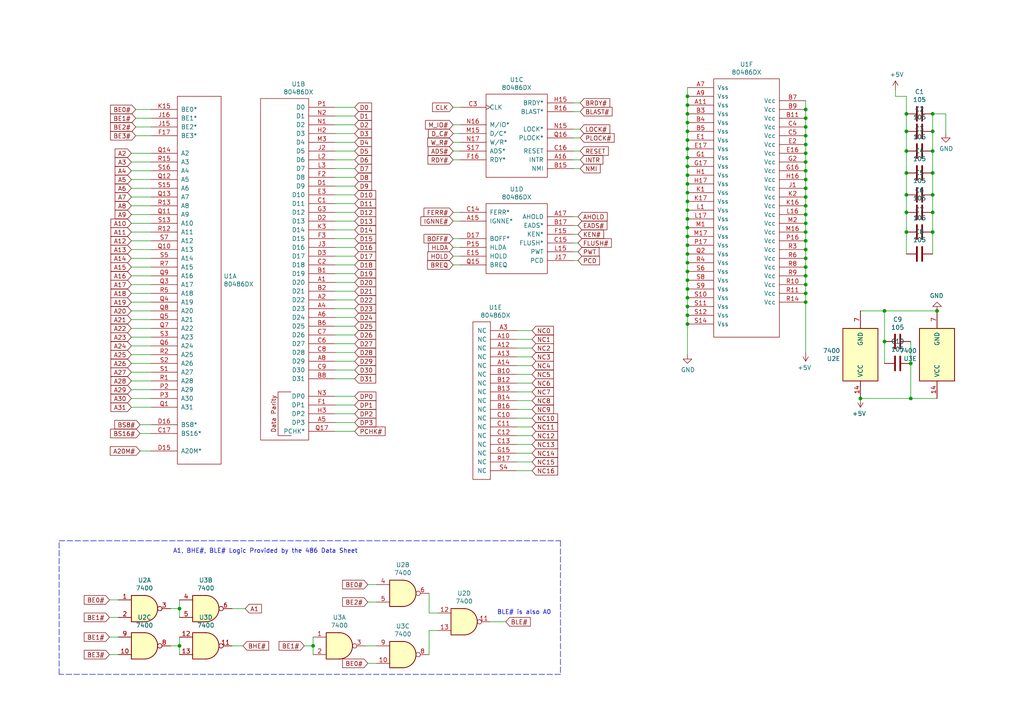
<source format=kicad_sch>
(kicad_sch (version 20211123) (generator eeschema)
  (paper "A4")
  (lib_symbols
    (symbol "486:80486" (pin_names (offset 1.016))
      (property "Reference" "U" (at 0 53.34 0))
      (property "Value" "486_80486" (at 0 50.8 0))
      (symbol "80486_1_1"
        (pin input line (at -13.97 -48.26 0) (length 7.62) (name "BS16*") (number "C17"))
        (pin input line (at -13.97 -53.34 0) (length 7.62) (name "A20M*") (number "D15"))
        (pin input line (at -13.97 -45.72 0) (length 7.62) (name "BS8*") (number "D16"))
        (pin output line (at -13.97 38.1 0) (length 7.62) (name "BE3*") (number "F17"))
        (pin output line (at -13.97 40.64 0) (length 7.62) (name "BE2*") (number "J15"))
        (pin output line (at -13.97 43.18 0) (length 7.62) (name "BE1*") (number "J16"))
        (pin output line (at -13.97 45.72 0) (length 7.62) (name "BE0*") (number "K15"))
        (pin bidirectional line (at -13.97 -35.56 0) (length 7.62) (name "A29") (number "P2"))
        (pin bidirectional line (at -13.97 -38.1 0) (length 7.62) (name "A30") (number "P3"))
        (pin bidirectional line (at -13.97 -40.64 0) (length 7.62) (name "A31") (number "Q1"))
        (pin bidirectional line (at -13.97 5.08 0) (length 7.62) (name "A13") (number "Q10"))
        (pin bidirectional line (at -13.97 15.24 0) (length 7.62) (name "A9") (number "Q11"))
        (pin bidirectional line (at -13.97 25.4 0) (length 7.62) (name "A5") (number "Q12"))
        (pin bidirectional line (at -13.97 20.32 0) (length 7.62) (name "A7") (number "Q13"))
        (pin output line (at -13.97 33.02 0) (length 7.62) (name "A2") (number "Q14"))
        (pin bidirectional line (at -13.97 -5.08 0) (length 7.62) (name "A17") (number "Q3"))
        (pin bidirectional line (at -13.97 -10.16 0) (length 7.62) (name "A19") (number "Q4"))
        (pin bidirectional line (at -13.97 -15.24 0) (length 7.62) (name "A21") (number "Q5"))
        (pin bidirectional line (at -13.97 -22.86 0) (length 7.62) (name "A24") (number "Q6"))
        (pin bidirectional line (at -13.97 -17.78 0) (length 7.62) (name "A22") (number "Q7"))
        (pin bidirectional line (at -13.97 -12.7 0) (length 7.62) (name "A20") (number "Q8"))
        (pin bidirectional line (at -13.97 -2.54 0) (length 7.62) (name "A16") (number "Q9"))
        (pin bidirectional line (at -13.97 -33.02 0) (length 7.62) (name "A28") (number "R1"))
        (pin bidirectional line (at -13.97 10.16 0) (length 7.62) (name "A11") (number "R12"))
        (pin bidirectional line (at -13.97 17.78 0) (length 7.62) (name "A8") (number "R13"))
        (pin output line (at -13.97 30.48 0) (length 7.62) (name "A3") (number "R15"))
        (pin bidirectional line (at -13.97 -25.4 0) (length 7.62) (name "A25") (number "R2"))
        (pin bidirectional line (at -13.97 -7.62 0) (length 7.62) (name "A18") (number "R5"))
        (pin bidirectional line (at -13.97 0 0) (length 7.62) (name "A15") (number "R7"))
        (pin bidirectional line (at -13.97 -30.48 0) (length 7.62) (name "A27") (number "S1"))
        (pin bidirectional line (at -13.97 12.7 0) (length 7.62) (name "A10") (number "S13"))
        (pin bidirectional line (at -13.97 22.86 0) (length 7.62) (name "A6") (number "S15"))
        (pin bidirectional line (at -13.97 27.94 0) (length 7.62) (name "A4") (number "S16"))
        (pin bidirectional line (at -13.97 -27.94 0) (length 7.62) (name "A26") (number "S2"))
        (pin bidirectional line (at -13.97 -20.32 0) (length 7.62) (name "A23") (number "S3"))
        (pin bidirectional line (at -13.97 2.54 0) (length 7.62) (name "A14") (number "S5"))
        (pin bidirectional line (at -13.97 7.62 0) (length 7.62) (name "A12") (number "S7"))
      )
      (symbol "80486_2_1"
        (text "Data Parity" (at -2.54 -44.45 900) (effects (font (size 1.27 1.27))))
        (pin bidirectional line (at 15.24 -6.35 180) (length 7.62) (name "D20") (number "A1"))
        (pin bidirectional line (at 15.24 -11.43 180) (length 7.62) (name "D22") (number "A2"))
        (pin bidirectional line (at 15.24 -13.97 180) (length 7.62) (name "D23") (number "A4"))
        (pin bidirectional line (at 15.24 -46.99 180) (length 7.62) (name "DP3") (number "A5"))
        (pin bidirectional line (at 15.24 -16.51 180) (length 7.62) (name "D24") (number "A6"))
        (pin bidirectional line (at 15.24 -29.21 180) (length 7.62) (name "D29") (number "A8"))
        (pin bidirectional line (at 15.24 -3.81 180) (length 7.62) (name "D19") (number "B1"))
        (pin bidirectional line (at 15.24 -8.89 180) (length 7.62) (name "D21") (number "B2"))
        (pin bidirectional line (at 15.24 -19.05 180) (length 7.62) (name "D25") (number "B6"))
        (pin bidirectional line (at 15.24 -34.29 180) (length 7.62) (name "D31") (number "B8"))
        (pin bidirectional line (at 15.24 16.51 180) (length 7.62) (name "D11") (number "C1"))
        (pin bidirectional line (at 15.24 -1.27 180) (length 7.62) (name "D18") (number "C2"))
        (pin bidirectional line (at 15.24 -24.13 180) (length 7.62) (name "D27") (number "C6"))
        (pin bidirectional line (at 15.24 -21.59 180) (length 7.62) (name "D26") (number "C7"))
        (pin bidirectional line (at 15.24 -26.67 180) (length 7.62) (name "D28") (number "C8"))
        (pin bidirectional line (at 15.24 -31.75 180) (length 7.62) (name "D30") (number "C9"))
        (pin bidirectional line (at 15.24 21.59 180) (length 7.62) (name "D9") (number "D1"))
        (pin bidirectional line (at 15.24 11.43 180) (length 7.62) (name "D13") (number "D2"))
        (pin bidirectional line (at 15.24 1.27 180) (length 7.62) (name "D17") (number "D3"))
        (pin bidirectional line (at 15.24 19.05 180) (length 7.62) (name "D10") (number "E3"))
        (pin bidirectional line (at 15.24 -41.91 180) (length 7.62) (name "DP1") (number "F1"))
        (pin bidirectional line (at 15.24 24.13 180) (length 7.62) (name "D8") (number "F2"))
        (pin bidirectional line (at 15.24 6.35 180) (length 7.62) (name "D15") (number "F3"))
        (pin bidirectional line (at 15.24 13.97 180) (length 7.62) (name "D12") (number "G3"))
        (pin bidirectional line (at 15.24 36.83 180) (length 7.62) (name "D3") (number "H2"))
        (pin bidirectional line (at 15.24 -44.45 180) (length 7.62) (name "DP2") (number "H3"))
        (pin bidirectional line (at 15.24 31.75 180) (length 7.62) (name "D5") (number "J2"))
        (pin bidirectional line (at 15.24 3.81 180) (length 7.62) (name "D16") (number "J3"))
        (pin bidirectional line (at 15.24 8.89 180) (length 7.62) (name "D14") (number "K3"))
        (pin bidirectional line (at 15.24 29.21 180) (length 7.62) (name "D6") (number "L2"))
        (pin bidirectional line (at 15.24 26.67 180) (length 7.62) (name "D7") (number "L3"))
        (pin bidirectional line (at 15.24 34.29 180) (length 7.62) (name "D4") (number "M3"))
        (pin bidirectional line (at 15.24 39.37 180) (length 7.62) (name "D2") (number "N1"))
        (pin bidirectional line (at 15.24 41.91 180) (length 7.62) (name "D1") (number "N2"))
        (pin bidirectional line (at 15.24 -39.37 180) (length 7.62) (name "DP0") (number "N3"))
        (pin bidirectional line (at 15.24 44.45 180) (length 7.62) (name "D0") (number "P1"))
        (pin input line (at 15.24 -49.53 180) (length 7.62) (name "PCHK*") (number "Q17"))
      )
      (symbol "80486_3_1"
        (pin input line (at 17.78 -5.08 180) (length 7.62) (name "INTR") (number "A16"))
        (pin input line (at 17.78 -7.62 180) (length 7.62) (name "NMI") (number "B15"))
        (pin input line (at 17.78 -2.54 180) (length 7.62) (name "RESET") (number "C16"))
        (pin input clock (at -15.24 10.16 0) (length 7.62) (name "CLK") (number "C3"))
        (pin input line (at -15.24 -5.08 0) (length 7.62) (name "RDY*") (number "F16"))
        (pin input line (at 17.78 11.43 180) (length 7.62) (name "BRDY*") (number "H15"))
        (pin output line (at -15.24 2.54 0) (length 7.62) (name "D/C*") (number "M15"))
        (pin output line (at 17.78 3.81 180) (length 7.62) (name "LOCK*") (number "N15"))
        (pin output line (at -15.24 5.08 0) (length 7.62) (name "M/IO*") (number "N16"))
        (pin output line (at -15.24 0 0) (length 7.62) (name "W/R*") (number "N17"))
        (pin output line (at 17.78 1.27 180) (length 7.62) (name "PLOCK*") (number "Q16"))
        (pin output line (at 17.78 8.89 180) (length 7.62) (name "BLAST*") (number "R16"))
        (pin output line (at -15.24 -2.54 0) (length 7.62) (name "ADS*") (number "S17"))
      )
      (symbol "80486_4_1"
        (pin input line (at -16.51 5.08 0) (length 7.62) (name "IGNNE*") (number "A15"))
        (pin input line (at 16.51 6.35 180) (length 7.62) (name "AHOLD") (number "A17"))
        (pin input line (at 16.51 3.81 180) (length 7.62) (name "EADS*") (number "B17"))
        (pin output line (at -16.51 7.62 0) (length 7.62) (name "FERR*") (number "C14"))
        (pin input line (at 16.51 -1.27 180) (length 7.62) (name "FLUSH*") (number "C15"))
        (pin input line (at -16.51 0 0) (length 7.62) (name "BOFF*") (number "D17"))
        (pin input line (at -16.51 -5.08 0) (length 7.62) (name "HOLD") (number "E15"))
        (pin input line (at 16.51 1.27 180) (length 7.62) (name "KEN*") (number "F15"))
        (pin output line (at 16.51 -6.35 180) (length 7.62) (name "PCD") (number "J17"))
        (pin output line (at 16.51 -3.81 180) (length 7.62) (name "PWT") (number "L15"))
        (pin output line (at -16.51 -2.54 0) (length 7.62) (name "HLDA") (number "P15"))
        (pin output line (at -16.51 -7.62 0) (length 7.62) (name "BREQ") (number "Q15"))
      )
      (symbol "80486_5_1"
        (pin bidirectional line (at 10.16 17.78 180) (length 7.62) (name "NC") (number "A10"))
        (pin bidirectional line (at 10.16 15.24 180) (length 7.62) (name "NC") (number "A12"))
        (pin bidirectional line (at 10.16 12.7 180) (length 7.62) (name "NC") (number "A13"))
        (pin bidirectional line (at 10.16 10.16 180) (length 7.62) (name "NC") (number "A14"))
        (pin bidirectional line (at 10.16 20.32 180) (length 7.62) (name "NC") (number "A3"))
        (pin bidirectional line (at 10.16 7.62 180) (length 7.62) (name "NC") (number "B10"))
        (pin bidirectional line (at 10.16 5.08 180) (length 7.62) (name "NC") (number "B12"))
        (pin bidirectional line (at 10.16 2.54 180) (length 7.62) (name "NC") (number "B13"))
        (pin bidirectional line (at 10.16 0 180) (length 7.62) (name "NC") (number "B14"))
        (pin bidirectional line (at 10.16 -2.54 180) (length 7.62) (name "NC") (number "B16"))
        (pin bidirectional line (at 10.16 -5.08 180) (length 7.62) (name "NC") (number "C10"))
        (pin bidirectional line (at 10.16 -7.62 180) (length 7.62) (name "NC") (number "C11"))
        (pin bidirectional line (at 10.16 -10.16 180) (length 7.62) (name "NC") (number "C12"))
        (pin bidirectional line (at 10.16 -12.7 180) (length 7.62) (name "NC") (number "C13"))
        (pin bidirectional line (at 10.16 -15.24 180) (length 7.62) (name "NC") (number "G15"))
        (pin bidirectional line (at 10.16 -17.78 180) (length 7.62) (name "NC") (number "R17"))
        (pin bidirectional line (at 10.16 -20.32 180) (length 7.62) (name "NC") (number "S4"))
      )
      (symbol "80486_6_1"
        (pin power_in line (at -16.51 30.48 0) (length 7.62) (name "Vss") (number "A11"))
        (pin power_in line (at -16.51 35.56 0) (length 7.62) (name "Vss") (number "A7"))
        (pin power_in line (at -16.51 33.02 0) (length 7.62) (name "Vss") (number "A9"))
        (pin power_in line (at 17.78 26.67 180) (length 7.62) (name "Vcc") (number "B11"))
        (pin power_in line (at -16.51 27.94 0) (length 7.62) (name "Vss") (number "B3"))
        (pin power_in line (at -16.51 25.4 0) (length 7.62) (name "Vss") (number "B4"))
        (pin power_in line (at -16.51 22.86 0) (length 7.62) (name "Vss") (number "B5"))
        (pin power_in line (at 17.78 31.75 180) (length 7.62) (name "Vcc") (number "B7"))
        (pin power_in line (at 17.78 29.21 180) (length 7.62) (name "Vcc") (number "B9"))
        (pin power_in line (at 17.78 24.13 180) (length 7.62) (name "Vcc") (number "C4"))
        (pin power_in line (at 17.78 21.59 180) (length 7.62) (name "Vcc") (number "C5"))
        (pin power_in line (at -16.51 20.32 0) (length 7.62) (name "Vss") (number "E1"))
        (pin power_in line (at 17.78 16.51 180) (length 7.62) (name "Vcc") (number "E16"))
        (pin power_in line (at -16.51 17.78 0) (length 7.62) (name "Vss") (number "E17"))
        (pin power_in line (at 17.78 19.05 180) (length 7.62) (name "Vcc") (number "E2"))
        (pin power_in line (at -16.51 15.24 0) (length 7.62) (name "Vss") (number "G1"))
        (pin power_in line (at 17.78 11.43 180) (length 7.62) (name "Vcc") (number "G16"))
        (pin power_in line (at -16.51 12.7 0) (length 7.62) (name "Vss") (number "G17"))
        (pin power_in line (at 17.78 13.97 180) (length 7.62) (name "Vcc") (number "G2"))
        (pin power_in line (at -16.51 10.16 0) (length 7.62) (name "Vss") (number "H1"))
        (pin power_in line (at 17.78 8.89 180) (length 7.62) (name "Vcc") (number "H16"))
        (pin power_in line (at -16.51 7.62 0) (length 7.62) (name "Vss") (number "H17"))
        (pin power_in line (at 17.78 6.35 180) (length 7.62) (name "Vcc") (number "J1"))
        (pin power_in line (at -16.51 5.08 0) (length 7.62) (name "Vss") (number "K1"))
        (pin power_in line (at 17.78 1.27 180) (length 7.62) (name "Vcc") (number "K16"))
        (pin power_in line (at -16.51 2.54 0) (length 7.62) (name "Vss") (number "K17"))
        (pin power_in line (at 17.78 3.81 180) (length 7.62) (name "Vcc") (number "K2"))
        (pin power_in line (at -16.51 0 0) (length 7.62) (name "Vss") (number "L1"))
        (pin power_in line (at 17.78 -1.27 180) (length 7.62) (name "Vcc") (number "L16"))
        (pin power_in line (at -16.51 -2.54 0) (length 7.62) (name "Vss") (number "L17"))
        (pin power_in line (at -16.51 -5.08 0) (length 7.62) (name "Vss") (number "M1"))
        (pin power_in line (at 17.78 -6.35 180) (length 7.62) (name "Vcc") (number "M16"))
        (pin power_in line (at -16.51 -7.62 0) (length 7.62) (name "Vss") (number "M17"))
        (pin power_in line (at 17.78 -3.81 180) (length 7.62) (name "Vcc") (number "M2"))
        (pin power_in line (at 17.78 -8.89 180) (length 7.62) (name "Vcc") (number "P16"))
        (pin power_in line (at -16.51 -10.16 0) (length 7.62) (name "Vss") (number "P17"))
        (pin power_in line (at -16.51 -12.7 0) (length 7.62) (name "Vss") (number "Q2"))
        (pin power_in line (at 17.78 -21.59 180) (length 7.62) (name "Vcc") (number "R10"))
        (pin power_in line (at 17.78 -24.13 180) (length 7.62) (name "Vcc") (number "R11"))
        (pin power_in line (at 17.78 -26.67 180) (length 7.62) (name "Vcc") (number "R14"))
        (pin power_in line (at 17.78 -11.43 180) (length 7.62) (name "Vcc") (number "R3"))
        (pin power_in line (at -16.51 -15.24 0) (length 7.62) (name "Vss") (number "R4"))
        (pin power_in line (at 17.78 -13.97 180) (length 7.62) (name "Vcc") (number "R6"))
        (pin power_in line (at 17.78 -16.51 180) (length 7.62) (name "Vcc") (number "R8"))
        (pin power_in line (at 17.78 -19.05 180) (length 7.62) (name "Vcc") (number "R9"))
        (pin power_in line (at -16.51 -25.4 0) (length 7.62) (name "Vss") (number "S10"))
        (pin power_in line (at -16.51 -27.94 0) (length 7.62) (name "Vss") (number "S11"))
        (pin power_in line (at -16.51 -30.48 0) (length 7.62) (name "Vss") (number "S12"))
        (pin power_in line (at -16.51 -33.02 0) (length 7.62) (name "Vss") (number "S14"))
        (pin power_in line (at -16.51 -17.78 0) (length 7.62) (name "Vss") (number "S6"))
        (pin power_in line (at -16.51 -20.32 0) (length 7.62) (name "Vss") (number "S8"))
        (pin power_in line (at -16.51 -22.86 0) (length 7.62) (name "Vss") (number "S9"))
      )
    )
    (symbol "74xx:7400" (pin_names (offset 1.016))
      (property "Reference" "U" (at 0 1.27 0))
      (property "Value" "7400" (at 0 -1.27 0))
      (symbol "7400_1_1"
        (pin input line (at -7.62 2.54 0) (length 3.81) (name "~") (number "1"))
        (pin input line (at -7.62 -2.54 0) (length 3.81) (name "~") (number "2"))
        (pin output inverted (at 7.62 0 180) (length 3.81) (name "~") (number "3"))
      )
      (symbol "7400_1_2"
        (pin input inverted (at -7.62 2.54 0) (length 4.318) (name "~") (number "1"))
        (pin input inverted (at -7.62 -2.54 0) (length 4.318) (name "~") (number "2"))
        (pin output line (at 7.62 0 180) (length 3.81) (name "~") (number "3"))
      )
      (symbol "7400_2_1"
        (pin input line (at -7.62 2.54 0) (length 3.81) (name "~") (number "4"))
        (pin input line (at -7.62 -2.54 0) (length 3.81) (name "~") (number "5"))
        (pin output inverted (at 7.62 0 180) (length 3.81) (name "~") (number "6"))
      )
      (symbol "7400_2_2"
        (pin input inverted (at -7.62 2.54 0) (length 4.318) (name "~") (number "4"))
        (pin input inverted (at -7.62 -2.54 0) (length 4.318) (name "~") (number "5"))
        (pin output line (at 7.62 0 180) (length 3.81) (name "~") (number "6"))
      )
      (symbol "7400_3_1"
        (pin input line (at -7.62 -2.54 0) (length 3.81) (name "~") (number "10"))
        (pin output inverted (at 7.62 0 180) (length 3.81) (name "~") (number "8"))
        (pin input line (at -7.62 2.54 0) (length 3.81) (name "~") (number "9"))
      )
      (symbol "7400_3_2"
        (pin input inverted (at -7.62 -2.54 0) (length 4.318) (name "~") (number "10"))
        (pin output line (at 7.62 0 180) (length 3.81) (name "~") (number "8"))
        (pin input inverted (at -7.62 2.54 0) (length 4.318) (name "~") (number "9"))
      )
      (symbol "7400_4_1"
        (pin output inverted (at 7.62 0 180) (length 3.81) (name "~") (number "11"))
        (pin input line (at -7.62 2.54 0) (length 3.81) (name "~") (number "12"))
        (pin input line (at -7.62 -2.54 0) (length 3.81) (name "~") (number "13"))
      )
      (symbol "7400_4_2"
        (pin output line (at 7.62 0 180) (length 3.81) (name "~") (number "11"))
        (pin input inverted (at -7.62 2.54 0) (length 4.318) (name "~") (number "12"))
        (pin input inverted (at -7.62 -2.54 0) (length 4.318) (name "~") (number "13"))
      )
      (symbol "7400_5_0"
        (pin power_in line (at 0 12.7 270) (length 5.08) (name "VCC") (number "14"))
        (pin power_in line (at 0 -12.7 90) (length 5.08) (name "GND") (number "7"))
      )
    )
    (symbol "Device:C" (pin_numbers hide) (pin_names (offset 0.254))
      (property "Reference" "C" (at 0.635 2.54 0))
      (property "Value" "C" (at 0.635 -2.54 0))
      (symbol "C_1_1"
        (pin passive line (at 0 3.81 270) (length 2.794) (name "~") (number "1"))
        (pin passive line (at 0 -3.81 90) (length 2.794) (name "~") (number "2"))
      )
    )
    (symbol "power:+5V" (power) (pin_names (offset 0))
      (property "Value" "+5V" (at 0 3.556 0))
      (symbol "+5V_1_1"
        (pin power_in line (at 0 0 90) (length 0) hide (name "+5V") (number "1"))
      )
    )
    (symbol "power:GND" (power) (pin_names (offset 0))
      (property "Value" "GND" (at 0 -3.81 0))
      (symbol "GND_1_1"
        (pin power_in line (at 0 0 270) (length 0) hide (name "GND") (number "1"))
      )
    )
  )
  (junction (at 199.39 86.36))
  (junction (at 262.89 67.31))
  (junction (at 233.68 80.01))
  (junction (at 199.39 63.5))
  (junction (at 199.39 53.34))
  (junction (at 262.89 56.515))
  (junction (at 270.51 56.515))
  (junction (at 233.68 72.39))
  (junction (at 262.89 38.1))
  (junction (at 270.51 33.02))
  (junction (at 233.68 31.75))
  (junction (at 256.54 90.17))
  (junction (at 199.39 66.04))
  (junction (at 262.89 61.595))
  (junction (at 233.68 67.31))
  (junction (at 199.39 78.74))
  (junction (at 233.68 59.69))
  (junction (at 199.39 58.42))
  (junction (at 199.39 40.64))
  (junction (at 199.39 48.26))
  (junction (at 233.68 36.83))
  (junction (at 270.51 50.165))
  (junction (at 233.68 44.45))
  (junction (at 233.68 41.91))
  (junction (at 199.39 33.02))
  (junction (at 52.07 176.53))
  (junction (at 199.39 88.9))
  (junction (at 233.68 77.47))
  (junction (at 262.89 33.02))
  (junction (at 199.39 60.96))
  (junction (at 199.39 91.44))
  (junction (at 233.68 46.99))
  (junction (at 249.555 115.57))
  (junction (at 270.51 43.815))
  (junction (at 264.16 105.41))
  (junction (at 233.68 49.53))
  (junction (at 199.39 76.2))
  (junction (at 233.68 62.23))
  (junction (at 233.68 64.77))
  (junction (at 199.39 68.58))
  (junction (at 270.51 61.595))
  (junction (at 233.68 57.15))
  (junction (at 262.89 50.165))
  (junction (at 233.68 54.61))
  (junction (at 233.68 74.93))
  (junction (at 264.16 115.57))
  (junction (at 262.89 43.815))
  (junction (at 271.78 90.17))
  (junction (at 233.68 85.09))
  (junction (at 199.39 30.48))
  (junction (at 199.39 55.88))
  (junction (at 199.39 38.1))
  (junction (at 233.68 34.29))
  (junction (at 199.39 71.12))
  (junction (at 199.39 73.66))
  (junction (at 270.51 67.31))
  (junction (at 233.68 82.55))
  (junction (at 233.68 87.63))
  (junction (at 256.54 99.06))
  (junction (at 199.39 43.18))
  (junction (at 199.39 50.8))
  (junction (at 199.39 27.94))
  (junction (at 52.07 187.325))
  (junction (at 233.68 52.07))
  (junction (at 90.805 187.325))
  (junction (at 199.39 93.98))
  (junction (at 233.68 69.85))
  (junction (at 199.39 83.82))
  (junction (at 233.68 39.37))
  (junction (at 270.51 38.1))
  (junction (at 199.39 35.56))
  (junction (at 199.39 81.28))
  (junction (at 199.39 45.72))
  (wire (pts (xy 106.045 187.325) (xy 109.22 187.325)))
  (wire (pts (xy 199.39 43.18) (xy 199.39 45.72)))
  (wire (pts (xy 233.68 77.47) (xy 233.68 80.01)))
  (wire (pts (xy 167.64 73.025) (xy 166.37 73.025)))
  (wire (pts (xy 38.1 59.69) (xy 43.815 59.69)))
  (wire (pts (xy 102.87 104.775) (xy 97.155 104.775)))
  (wire (pts (xy 43.815 110.49) (xy 38.1 110.49)))
  (wire (pts (xy 43.815 85.09) (xy 38.1 85.09)))
  (wire (pts (xy 52.07 187.325) (xy 52.07 184.785)))
  (wire (pts (xy 264.16 115.57) (xy 271.78 115.57)))
  (wire (pts (xy 97.155 64.135) (xy 102.87 64.135)))
  (wire (pts (xy 97.155 81.915) (xy 102.87 81.915)))
  (wire (pts (xy 131.445 46.355) (xy 133.35 46.355)))
  (wire (pts (xy 102.87 51.435) (xy 97.155 51.435)))
  (wire (pts (xy 38.1 52.07) (xy 43.815 52.07)))
  (wire (pts (xy 256.54 99.06) (xy 256.54 90.17)))
  (wire (pts (xy 39.37 36.83) (xy 43.815 36.83)))
  (wire (pts (xy 233.68 44.45) (xy 233.68 46.99)))
  (wire (pts (xy 199.39 35.56) (xy 199.39 38.1)))
  (wire (pts (xy 199.39 55.88) (xy 199.39 58.42)))
  (wire (pts (xy 199.39 27.94) (xy 199.39 30.48)))
  (wire (pts (xy 49.53 176.53) (xy 52.07 176.53)))
  (wire (pts (xy 131.445 41.275) (xy 133.35 41.275)))
  (wire (pts (xy 43.815 95.25) (xy 38.1 95.25)))
  (wire (pts (xy 199.39 48.26) (xy 199.39 50.8)))
  (wire (pts (xy 168.275 43.815) (xy 166.37 43.815)))
  (wire (pts (xy 262.89 67.31) (xy 262.89 73.66)))
  (wire (pts (xy 154.305 128.905) (xy 149.86 128.905)))
  (wire (pts (xy 233.68 64.77) (xy 233.68 67.31)))
  (wire (pts (xy 154.305 108.585) (xy 149.86 108.585)))
  (wire (pts (xy 102.87 43.815) (xy 97.155 43.815)))
  (wire (pts (xy 31.75 173.99) (xy 34.29 173.99)))
  (wire (pts (xy 154.305 136.525) (xy 149.86 136.525)))
  (wire (pts (xy 199.39 68.58) (xy 199.39 71.12)))
  (wire (pts (xy 102.87 84.455) (xy 97.155 84.455)))
  (wire (pts (xy 102.87 79.375) (xy 97.155 79.375)))
  (wire (pts (xy 124.46 182.88) (xy 127 182.88)))
  (wire (pts (xy 270.51 33.02) (xy 270.51 38.1)))
  (wire (pts (xy 199.39 60.96) (xy 199.39 63.5)))
  (wire (pts (xy 154.305 106.045) (xy 149.86 106.045)))
  (wire (pts (xy 106.68 169.545) (xy 109.22 169.545)))
  (wire (pts (xy 199.39 40.64) (xy 199.39 43.18)))
  (wire (pts (xy 154.305 113.665) (xy 149.86 113.665)))
  (wire (pts (xy 39.37 31.75) (xy 43.815 31.75)))
  (wire (pts (xy 233.68 29.21) (xy 233.68 31.75)))
  (wire (pts (xy 199.39 53.34) (xy 199.39 55.88)))
  (wire (pts (xy 199.39 25.4) (xy 199.39 27.94)))
  (wire (pts (xy 38.1 102.87) (xy 43.815 102.87)))
  (wire (pts (xy 166.37 70.485) (xy 167.64 70.485)))
  (wire (pts (xy 97.155 117.475) (xy 102.87 117.475)))
  (wire (pts (xy 102.87 71.755) (xy 97.155 71.755)))
  (wire (pts (xy 131.445 43.815) (xy 133.35 43.815)))
  (wire (pts (xy 199.39 93.98) (xy 199.39 102.87)))
  (wire (pts (xy 102.87 66.675) (xy 97.155 66.675)))
  (wire (pts (xy 270.51 43.815) (xy 270.51 50.165)))
  (polyline (pts (xy 17.145 156.845) (xy 162.56 156.845)))
  (wire (pts (xy 43.815 72.39) (xy 38.1 72.39)))
  (wire (pts (xy 262.89 27.94) (xy 259.715 27.94)))
  (wire (pts (xy 233.68 54.61) (xy 233.68 57.15)))
  (wire (pts (xy 43.815 54.61) (xy 38.1 54.61)))
  (wire (pts (xy 43.815 105.41) (xy 38.1 105.41)))
  (wire (pts (xy 167.64 62.865) (xy 166.37 62.865)))
  (wire (pts (xy 233.68 34.29) (xy 233.68 36.83)))
  (wire (pts (xy 199.39 38.1) (xy 199.39 40.64)))
  (wire (pts (xy 264.16 99.06) (xy 264.16 105.41)))
  (wire (pts (xy 106.68 192.405) (xy 109.22 192.405)))
  (wire (pts (xy 199.39 76.2) (xy 199.39 78.74)))
  (wire (pts (xy 102.87 38.735) (xy 97.155 38.735)))
  (wire (pts (xy 154.305 100.965) (xy 149.86 100.965)))
  (wire (pts (xy 264.16 105.41) (xy 264.16 115.57)))
  (wire (pts (xy 274.32 33.02) (xy 274.32 38.735)))
  (wire (pts (xy 97.155 92.075) (xy 102.87 92.075)))
  (wire (pts (xy 233.68 36.83) (xy 233.68 39.37)))
  (wire (pts (xy 131.445 31.115) (xy 133.35 31.115)))
  (wire (pts (xy 199.39 83.82) (xy 199.39 86.36)))
  (wire (pts (xy 88.265 187.325) (xy 90.805 187.325)))
  (wire (pts (xy 262.89 38.1) (xy 262.89 43.815)))
  (wire (pts (xy 124.46 189.865) (xy 124.46 182.88)))
  (wire (pts (xy 262.89 61.595) (xy 262.89 67.31)))
  (wire (pts (xy 31.75 179.07) (xy 34.29 179.07)))
  (wire (pts (xy 90.805 184.785) (xy 90.805 187.325)))
  (wire (pts (xy 154.305 118.745) (xy 149.86 118.745)))
  (wire (pts (xy 43.815 115.57) (xy 38.1 115.57)))
  (wire (pts (xy 233.68 80.01) (xy 233.68 82.55)))
  (wire (pts (xy 49.53 187.325) (xy 52.07 187.325)))
  (wire (pts (xy 131.445 69.215) (xy 133.35 69.215)))
  (wire (pts (xy 199.39 81.28) (xy 199.39 83.82)))
  (wire (pts (xy 167.64 65.405) (xy 166.37 65.405)))
  (wire (pts (xy 102.87 48.895) (xy 97.155 48.895)))
  (wire (pts (xy 97.155 36.195) (xy 102.87 36.195)))
  (wire (pts (xy 233.68 46.99) (xy 233.68 49.53)))
  (wire (pts (xy 97.155 122.555) (xy 102.87 122.555)))
  (wire (pts (xy 199.39 78.74) (xy 199.39 81.28)))
  (wire (pts (xy 154.305 116.205) (xy 149.86 116.205)))
  (wire (pts (xy 233.68 41.91) (xy 233.68 44.45)))
  (polyline (pts (xy 17.145 195.58) (xy 17.145 156.845)))
  (wire (pts (xy 102.87 56.515) (xy 97.155 56.515)))
  (wire (pts (xy 256.54 90.17) (xy 249.555 90.17)))
  (wire (pts (xy 168.275 40.005) (xy 166.37 40.005)))
  (wire (pts (xy 199.39 58.42) (xy 199.39 60.96)))
  (wire (pts (xy 52.07 176.53) (xy 52.07 179.07)))
  (wire (pts (xy 233.68 49.53) (xy 233.68 52.07)))
  (wire (pts (xy 270.51 61.595) (xy 270.51 67.31)))
  (wire (pts (xy 67.31 187.325) (xy 70.485 187.325)))
  (wire (pts (xy 262.89 50.165) (xy 262.89 56.515)))
  (wire (pts (xy 199.39 88.9) (xy 199.39 91.44)))
  (wire (pts (xy 97.155 53.975) (xy 102.87 53.975)))
  (wire (pts (xy 199.39 71.12) (xy 199.39 73.66)))
  (wire (pts (xy 38.1 74.93) (xy 43.815 74.93)))
  (wire (pts (xy 43.815 44.45) (xy 38.1 44.45)))
  (wire (pts (xy 199.39 50.8) (xy 199.39 53.34)))
  (wire (pts (xy 131.445 74.295) (xy 133.35 74.295)))
  (wire (pts (xy 43.815 90.17) (xy 38.1 90.17)))
  (wire (pts (xy 97.155 102.235) (xy 102.87 102.235)))
  (wire (pts (xy 199.39 45.72) (xy 199.39 48.26)))
  (wire (pts (xy 262.89 43.815) (xy 262.89 50.165)))
  (wire (pts (xy 38.1 97.79) (xy 43.815 97.79)))
  (wire (pts (xy 97.155 41.275) (xy 102.87 41.275)))
  (wire (pts (xy 249.555 115.57) (xy 264.16 115.57)))
  (wire (pts (xy 102.87 109.855) (xy 97.155 109.855)))
  (wire (pts (xy 102.87 99.695) (xy 97.155 99.695)))
  (wire (pts (xy 131.445 76.835) (xy 133.35 76.835)))
  (wire (pts (xy 97.155 31.115) (xy 102.87 31.115)))
  (wire (pts (xy 102.87 61.595) (xy 97.155 61.595)))
  (wire (pts (xy 38.1 57.15) (xy 43.815 57.15)))
  (wire (pts (xy 38.1 107.95) (xy 43.815 107.95)))
  (wire (pts (xy 102.87 125.095) (xy 97.155 125.095)))
  (wire (pts (xy 154.305 133.985) (xy 149.86 133.985)))
  (wire (pts (xy 40.64 130.81) (xy 43.815 130.81)))
  (wire (pts (xy 106.68 174.625) (xy 109.22 174.625)))
  (wire (pts (xy 154.305 111.125) (xy 149.86 111.125)))
  (wire (pts (xy 270.51 50.165) (xy 270.51 56.515)))
  (wire (pts (xy 166.37 32.385) (xy 168.275 32.385)))
  (wire (pts (xy 270.51 56.515) (xy 270.51 61.595)))
  (wire (pts (xy 38.1 113.03) (xy 43.815 113.03)))
  (wire (pts (xy 233.68 39.37) (xy 233.68 41.91)))
  (wire (pts (xy 270.51 67.31) (xy 270.51 73.66)))
  (wire (pts (xy 90.805 187.325) (xy 90.805 189.865)))
  (wire (pts (xy 40.64 123.19) (xy 43.815 123.19)))
  (wire (pts (xy 154.305 123.825) (xy 149.86 123.825)))
  (wire (pts (xy 262.89 33.02) (xy 262.89 27.94)))
  (wire (pts (xy 199.39 86.36) (xy 199.39 88.9)))
  (wire (pts (xy 233.68 82.55) (xy 233.68 85.09)))
  (wire (pts (xy 124.46 177.8) (xy 127 177.8)))
  (wire (pts (xy 102.87 74.295) (xy 97.155 74.295)))
  (wire (pts (xy 168.275 37.465) (xy 166.37 37.465)))
  (wire (pts (xy 43.815 62.23) (xy 38.1 62.23)))
  (wire (pts (xy 38.1 82.55) (xy 43.815 82.55)))
  (wire (pts (xy 233.68 74.93) (xy 233.68 77.47)))
  (wire (pts (xy 262.89 33.02) (xy 262.89 38.1)))
  (wire (pts (xy 233.68 72.39) (xy 233.68 74.93)))
  (wire (pts (xy 154.305 121.285) (xy 149.86 121.285)))
  (wire (pts (xy 131.445 61.595) (xy 133.35 61.595)))
  (wire (pts (xy 38.1 80.01) (xy 43.815 80.01)))
  (wire (pts (xy 43.815 100.33) (xy 38.1 100.33)))
  (wire (pts (xy 233.68 59.69) (xy 233.68 62.23)))
  (wire (pts (xy 199.39 66.04) (xy 199.39 68.58)))
  (wire (pts (xy 199.39 91.44) (xy 199.39 93.98)))
  (wire (pts (xy 154.305 95.885) (xy 149.86 95.885)))
  (wire (pts (xy 270.51 38.1) (xy 270.51 43.815)))
  (wire (pts (xy 31.75 184.785) (xy 34.29 184.785)))
  (wire (pts (xy 97.155 46.355) (xy 102.87 46.355)))
  (wire (pts (xy 233.68 85.09) (xy 233.68 87.63)))
  (wire (pts (xy 43.815 125.73) (xy 40.64 125.73)))
  (wire (pts (xy 102.87 33.655) (xy 97.155 33.655)))
  (wire (pts (xy 43.815 67.31) (xy 38.1 67.31)))
  (wire (pts (xy 131.445 64.135) (xy 133.35 64.135)))
  (wire (pts (xy 124.46 172.085) (xy 124.46 177.8)))
  (wire (pts (xy 52.07 187.325) (xy 52.07 189.865)))
  (wire (pts (xy 38.1 92.71) (xy 43.815 92.71)))
  (wire (pts (xy 168.275 48.895) (xy 166.37 48.895)))
  (wire (pts (xy 38.1 64.77) (xy 43.815 64.77)))
  (wire (pts (xy 97.155 114.935) (xy 102.87 114.935)))
  (wire (pts (xy 199.39 73.66) (xy 199.39 76.2)))
  (wire (pts (xy 131.445 36.195) (xy 133.35 36.195)))
  (wire (pts (xy 97.155 69.215) (xy 102.87 69.215)))
  (wire (pts (xy 256.54 105.41) (xy 256.54 99.06)))
  (wire (pts (xy 43.815 49.53) (xy 38.1 49.53)))
  (wire (pts (xy 233.68 31.75) (xy 233.68 34.29)))
  (wire (pts (xy 97.155 107.315) (xy 102.87 107.315)))
  (wire (pts (xy 142.24 180.34) (xy 146.685 180.34)))
  (wire (pts (xy 97.155 97.155) (xy 102.87 97.155)))
  (polyline (pts (xy 162.56 156.845) (xy 162.56 195.58)))
  (wire (pts (xy 102.87 89.535) (xy 97.155 89.535)))
  (wire (pts (xy 199.39 63.5) (xy 199.39 66.04)))
  (wire (pts (xy 233.68 57.15) (xy 233.68 59.69)))
  (wire (pts (xy 43.815 39.37) (xy 39.37 39.37)))
  (wire (pts (xy 52.07 176.53) (xy 52.07 173.99)))
  (wire (pts (xy 233.68 62.23) (xy 233.68 64.77)))
  (wire (pts (xy 97.155 76.835) (xy 102.87 76.835)))
  (wire (pts (xy 154.305 126.365) (xy 149.86 126.365)))
  (wire (pts (xy 168.275 46.355) (xy 166.37 46.355)))
  (wire (pts (xy 167.64 67.945) (xy 166.37 67.945)))
  (wire (pts (xy 233.68 87.63) (xy 233.68 102.235)))
  (wire (pts (xy 233.68 69.85) (xy 233.68 72.39)))
  (wire (pts (xy 154.305 131.445) (xy 149.86 131.445)))
  (wire (pts (xy 43.815 77.47) (xy 38.1 77.47)))
  (wire (pts (xy 131.445 38.735) (xy 133.35 38.735)))
  (wire (pts (xy 102.87 94.615) (xy 97.155 94.615)))
  (wire (pts (xy 38.1 118.11) (xy 43.815 118.11)))
  (wire (pts (xy 31.75 189.865) (xy 34.29 189.865)))
  (wire (pts (xy 43.815 34.29) (xy 39.37 34.29)))
  (wire (pts (xy 233.68 67.31) (xy 233.68 69.85)))
  (wire (pts (xy 199.39 33.02) (xy 199.39 35.56)))
  (wire (pts (xy 38.1 69.85) (xy 43.815 69.85)))
  (wire (pts (xy 233.68 52.07) (xy 233.68 54.61)))
  (wire (pts (xy 262.89 56.515) (xy 262.89 61.595)))
  (wire (pts (xy 97.155 59.055) (xy 102.87 59.055)))
  (wire (pts (xy 270.51 33.02) (xy 274.32 33.02)))
  (polyline (pts (xy 162.56 195.58) (xy 17.145 195.58)))
  (wire (pts (xy 166.37 29.845) (xy 168.275 29.845)))
  (wire (pts (xy 38.1 87.63) (xy 43.815 87.63)))
  (wire (pts (xy 154.305 98.425) (xy 149.86 98.425)))
  (wire (pts (xy 167.64 75.565) (xy 166.37 75.565)))
  (wire (pts (xy 67.31 176.53) (xy 71.12 176.53)))
  (wire (pts (xy 154.305 103.505) (xy 149.86 103.505)))
  (wire (pts (xy 38.1 46.99) (xy 43.815 46.99)))
  (wire (pts (xy 131.445 71.755) (xy 133.35 71.755)))
  (wire (pts (xy 259.715 27.94) (xy 259.715 26.035)))
  (wire (pts (xy 271.78 90.17) (xy 256.54 90.17)))
  (wire (pts (xy 97.155 86.995) (xy 102.87 86.995)))
  (wire (pts (xy 97.155 120.015) (xy 102.87 120.015)))
  (wire (pts (xy 199.39 30.48) (xy 199.39 33.02)))
  (text "A1, BHE#, BLE# Logic Provided by the 486 Data Sheet" (at 50.165 160.655 0) (effects (font (size 1.27 1.27)) (justify left bottom)))
  (text "BLE# is also A0" (at 144.145 178.435 0) (effects (font (size 1.27 1.27)) (justify left bottom)))
  (global_label "NC15" (shape input) (at 154.305 133.985 0) (property "Intersheet References" "${INTERSHEET_REFS}" (effects hide)))
  (global_label "PWT" (shape input) (at 167.64 73.025 0) (property "Intersheet References" "${INTERSHEET_REFS}" (effects hide)))
  (global_label "M_IO#" (shape input) (at 131.445 36.195 180) (property "Intersheet References" "${INTERSHEET_REFS}" (effects hide)))
  (global_label "D7" (shape input) (at 102.87 48.895 0) (property "Intersheet References" "${INTERSHEET_REFS}" (effects hide)))
  (global_label "D0" (shape input) (at 102.87 31.115 0) (property "Intersheet References" "${INTERSHEET_REFS}" (effects hide)))
  (global_label "BE0#" (shape input) (at 39.37 31.75 180) (property "Intersheet References" "${INTERSHEET_REFS}" (effects hide)))
  (global_label "A6" (shape input) (at 38.1 54.61 180) (property "Intersheet References" "${INTERSHEET_REFS}" (effects hide)))
  (global_label "NC13" (shape input) (at 154.305 128.905 0) (property "Intersheet References" "${INTERSHEET_REFS}" (effects hide)))
  (global_label "NC1" (shape input) (at 154.305 98.425 0) (property "Intersheet References" "${INTERSHEET_REFS}" (effects hide)))
  (global_label "NC12" (shape input) (at 154.305 126.365 0) (property "Intersheet References" "${INTERSHEET_REFS}" (effects hide)))
  (global_label "A9" (shape input) (at 38.1 62.23 180) (property "Intersheet References" "${INTERSHEET_REFS}" (effects hide)))
  (global_label "INTR" (shape input) (at 168.275 46.355 0) (property "Intersheet References" "${INTERSHEET_REFS}" (effects hide)))
  (global_label "D5" (shape input) (at 102.87 43.815 0) (property "Intersheet References" "${INTERSHEET_REFS}" (effects hide)))
  (global_label "PCHK#" (shape input) (at 102.87 125.095 0) (property "Intersheet References" "${INTERSHEET_REFS}" (effects hide)))
  (global_label "BE0#" (shape input) (at 106.68 169.545 180) (property "Intersheet References" "${INTERSHEET_REFS}" (effects hide)))
  (global_label "D19" (shape input) (at 102.87 79.375 0) (property "Intersheet References" "${INTERSHEET_REFS}" (effects hide)))
  (global_label "DP0" (shape input) (at 102.87 114.935 0) (property "Intersheet References" "${INTERSHEET_REFS}" (effects hide)))
  (global_label "W_R#" (shape input) (at 131.445 41.275 180) (property "Intersheet References" "${INTERSHEET_REFS}" (effects hide)))
  (global_label "DP2" (shape input) (at 102.87 120.015 0) (property "Intersheet References" "${INTERSHEET_REFS}" (effects hide)))
  (global_label "BLAST#" (shape input) (at 168.275 32.385 0) (property "Intersheet References" "${INTERSHEET_REFS}" (effects hide)))
  (global_label "D3" (shape input) (at 102.87 38.735 0) (property "Intersheet References" "${INTERSHEET_REFS}" (effects hide)))
  (global_label "CLK" (shape input) (at 131.445 31.115 180) (property "Intersheet References" "${INTERSHEET_REFS}" (effects hide)))
  (global_label "A23" (shape input) (at 38.1 97.79 180) (property "Intersheet References" "${INTERSHEET_REFS}" (effects hide)))
  (global_label "D24" (shape input) (at 102.87 92.075 0) (property "Intersheet References" "${INTERSHEET_REFS}" (effects hide)))
  (global_label "D28" (shape input) (at 102.87 102.235 0) (property "Intersheet References" "${INTERSHEET_REFS}" (effects hide)))
  (global_label "BE2#" (shape input) (at 106.68 174.625 180) (property "Intersheet References" "${INTERSHEET_REFS}" (effects hide)))
  (global_label "D13" (shape input) (at 102.87 64.135 0) (property "Intersheet References" "${INTERSHEET_REFS}" (effects hide)))
  (global_label "A26" (shape input) (at 38.1 105.41 180) (property "Intersheet References" "${INTERSHEET_REFS}" (effects hide)))
  (global_label "BE1#" (shape input) (at 31.75 179.07 180) (property "Intersheet References" "${INTERSHEET_REFS}" (effects hide)))
  (global_label "D27" (shape input) (at 102.87 99.695 0) (property "Intersheet References" "${INTERSHEET_REFS}" (effects hide)))
  (global_label "D25" (shape input) (at 102.87 94.615 0) (property "Intersheet References" "${INTERSHEET_REFS}" (effects hide)))
  (global_label "D10" (shape input) (at 102.87 56.515 0) (property "Intersheet References" "${INTERSHEET_REFS}" (effects hide)))
  (global_label "A8" (shape input) (at 38.1 59.69 180) (property "Intersheet References" "${INTERSHEET_REFS}" (effects hide)))
  (global_label "NC8" (shape input) (at 154.305 116.205 0) (property "Intersheet References" "${INTERSHEET_REFS}" (effects hide)))
  (global_label "BE0#" (shape input) (at 106.68 192.405 180) (property "Intersheet References" "${INTERSHEET_REFS}" (effects hide)))
  (global_label "BE3#" (shape input) (at 31.75 189.865 180) (property "Intersheet References" "${INTERSHEET_REFS}" (effects hide)))
  (global_label "D22" (shape input) (at 102.87 86.995 0) (property "Intersheet References" "${INTERSHEET_REFS}" (effects hide)))
  (global_label "ADS#" (shape input) (at 131.445 43.815 180) (property "Intersheet References" "${INTERSHEET_REFS}" (effects hide)))
  (global_label "PLOCK#" (shape input) (at 168.275 40.005 0) (property "Intersheet References" "${INTERSHEET_REFS}" (effects hide)))
  (global_label "A28" (shape input) (at 38.1 110.49 180) (property "Intersheet References" "${INTERSHEET_REFS}" (effects hide)))
  (global_label "D21" (shape input) (at 102.87 84.455 0) (property "Intersheet References" "${INTERSHEET_REFS}" (effects hide)))
  (global_label "A25" (shape input) (at 38.1 102.87 180) (property "Intersheet References" "${INTERSHEET_REFS}" (effects hide)))
  (global_label "D1" (shape input) (at 102.87 33.655 0) (property "Intersheet References" "${INTERSHEET_REFS}" (effects hide)))
  (global_label "A13" (shape input) (at 38.1 72.39 180) (property "Intersheet References" "${INTERSHEET_REFS}" (effects hide)))
  (global_label "A10" (shape input) (at 38.1 64.77 180) (property "Intersheet References" "${INTERSHEET_REFS}" (effects hide)))
  (global_label "A5" (shape input) (at 38.1 52.07 180) (property "Intersheet References" "${INTERSHEET_REFS}" (effects hide)))
  (global_label "D23" (shape input) (at 102.87 89.535 0) (property "Intersheet References" "${INTERSHEET_REFS}" (effects hide)))
  (global_label "A15" (shape input) (at 38.1 77.47 180) (property "Intersheet References" "${INTERSHEET_REFS}" (effects hide)))
  (global_label "A18" (shape input) (at 38.1 85.09 180) (property "Intersheet References" "${INTERSHEET_REFS}" (effects hide)))
  (global_label "BE1#" (shape input) (at 88.265 187.325 180) (property "Intersheet References" "${INTERSHEET_REFS}" (effects hide)))
  (global_label "A24" (shape input) (at 38.1 100.33 180) (property "Intersheet References" "${INTERSHEET_REFS}" (effects hide)))
  (global_label "BREQ" (shape input) (at 131.445 76.835 180) (property "Intersheet References" "${INTERSHEET_REFS}" (effects hide)))
  (global_label "A27" (shape input) (at 38.1 107.95 180) (property "Intersheet References" "${INTERSHEET_REFS}" (effects hide)))
  (global_label "A7" (shape input) (at 38.1 57.15 180) (property "Intersheet References" "${INTERSHEET_REFS}" (effects hide)))
  (global_label "A19" (shape input) (at 38.1 87.63 180) (property "Intersheet References" "${INTERSHEET_REFS}" (effects hide)))
  (global_label "NC3" (shape input) (at 154.305 103.505 0) (property "Intersheet References" "${INTERSHEET_REFS}" (effects hide)))
  (global_label "BE2#" (shape input) (at 39.37 36.83 180) (property "Intersheet References" "${INTERSHEET_REFS}" (effects hide)))
  (global_label "A16" (shape input) (at 38.1 80.01 180) (property "Intersheet References" "${INTERSHEET_REFS}" (effects hide)))
  (global_label "BE1#" (shape input) (at 39.37 34.29 180) (property "Intersheet References" "${INTERSHEET_REFS}" (effects hide)))
  (global_label "BS16#" (shape input) (at 40.64 125.73 180) (property "Intersheet References" "${INTERSHEET_REFS}" (effects hide)))
  (global_label "NC7" (shape input) (at 154.305 113.665 0) (property "Intersheet References" "${INTERSHEET_REFS}" (effects hide)))
  (global_label "BE0#" (shape input) (at 31.75 173.99 180) (property "Intersheet References" "${INTERSHEET_REFS}" (effects hide)))
  (global_label "BE1#" (shape input) (at 31.75 184.785 180) (property "Intersheet References" "${INTERSHEET_REFS}" (effects hide)))
  (global_label "A20" (shape input) (at 38.1 90.17 180) (property "Intersheet References" "${INTERSHEET_REFS}" (effects hide)))
  (global_label "NMI" (shape input) (at 168.275 48.895 0) (property "Intersheet References" "${INTERSHEET_REFS}" (effects hide)))
  (global_label "A21" (shape input) (at 38.1 92.71 180) (property "Intersheet References" "${INTERSHEET_REFS}" (effects hide)))
  (global_label "A11" (shape input) (at 38.1 67.31 180) (property "Intersheet References" "${INTERSHEET_REFS}" (effects hide)))
  (global_label "DP3" (shape input) (at 102.87 122.555 0) (property "Intersheet References" "${INTERSHEET_REFS}" (effects hide)))
  (global_label "A29" (shape input) (at 38.1 113.03 180) (property "Intersheet References" "${INTERSHEET_REFS}" (effects hide)))
  (global_label "BHE#" (shape input) (at 70.485 187.325 0) (property "Intersheet References" "${INTERSHEET_REFS}" (effects hide)))
  (global_label "A2" (shape input) (at 38.1 44.45 180) (property "Intersheet References" "${INTERSHEET_REFS}" (effects hide)))
  (global_label "AHOLD" (shape input) (at 167.64 62.865 0) (property "Intersheet References" "${INTERSHEET_REFS}" (effects hide)))
  (global_label "D2" (shape input) (at 102.87 36.195 0) (property "Intersheet References" "${INTERSHEET_REFS}" (effects hide)))
  (global_label "NC0" (shape input) (at 154.305 95.885 0) (property "Intersheet References" "${INTERSHEET_REFS}" (effects hide)))
  (global_label "NC4" (shape input) (at 154.305 106.045 0) (property "Intersheet References" "${INTERSHEET_REFS}" (effects hide)))
  (global_label "FERR#" (shape input) (at 131.445 61.595 180) (property "Intersheet References" "${INTERSHEET_REFS}" (effects hide)))
  (global_label "HOLD" (shape input) (at 131.445 74.295 180) (property "Intersheet References" "${INTERSHEET_REFS}" (effects hide)))
  (global_label "D16" (shape input) (at 102.87 71.755 0) (property "Intersheet References" "${INTERSHEET_REFS}" (effects hide)))
  (global_label "KEN#" (shape input) (at 167.64 67.945 0) (property "Intersheet References" "${INTERSHEET_REFS}" (effects hide)))
  (global_label "EADS#" (shape input) (at 167.64 65.405 0) (property "Intersheet References" "${INTERSHEET_REFS}" (effects hide)))
  (global_label "A4" (shape input) (at 38.1 49.53 180) (property "Intersheet References" "${INTERSHEET_REFS}" (effects hide)))
  (global_label "D31" (shape input) (at 102.87 109.855 0) (property "Intersheet References" "${INTERSHEET_REFS}" (effects hide)))
  (global_label "NC10" (shape input) (at 154.305 121.285 0) (property "Intersheet References" "${INTERSHEET_REFS}" (effects hide)))
  (global_label "D6" (shape input) (at 102.87 46.355 0) (property "Intersheet References" "${INTERSHEET_REFS}" (effects hide)))
  (global_label "D29" (shape input) (at 102.87 104.775 0) (property "Intersheet References" "${INTERSHEET_REFS}" (effects hide)))
  (global_label "RDY#" (shape input) (at 131.445 46.355 180) (property "Intersheet References" "${INTERSHEET_REFS}" (effects hide)))
  (global_label "BOFF#" (shape input) (at 131.445 69.215 180) (property "Intersheet References" "${INTERSHEET_REFS}" (effects hide)))
  (global_label "LOCK#" (shape input) (at 168.275 37.465 0) (property "Intersheet References" "${INTERSHEET_REFS}" (effects hide)))
  (global_label "BRDY#" (shape input) (at 168.275 29.845 0) (property "Intersheet References" "${INTERSHEET_REFS}" (effects hide)))
  (global_label "IGNNE#" (shape input) (at 131.445 64.135 180) (property "Intersheet References" "${INTERSHEET_REFS}" (effects hide)))
  (global_label "PCD" (shape input) (at 167.64 75.565 0) (property "Intersheet References" "${INTERSHEET_REFS}" (effects hide)))
  (global_label "A14" (shape input) (at 38.1 74.93 180) (property "Intersheet References" "${INTERSHEET_REFS}" (effects hide)))
  (global_label "NC9" (shape input) (at 154.305 118.745 0) (property "Intersheet References" "${INTERSHEET_REFS}" (effects hide)))
  (global_label "D4" (shape input) (at 102.87 41.275 0) (property "Intersheet References" "${INTERSHEET_REFS}" (effects hide)))
  (global_label "D15" (shape input) (at 102.87 69.215 0) (property "Intersheet References" "${INTERSHEET_REFS}" (effects hide)))
  (global_label "HLDA" (shape input) (at 131.445 71.755 180) (property "Intersheet References" "${INTERSHEET_REFS}" (effects hide)))
  (global_label "A30" (shape input) (at 38.1 115.57 180) (property "Intersheet References" "${INTERSHEET_REFS}" (effects hide)))
  (global_label "NC16" (shape input) (at 154.305 136.525 0) (property "Intersheet References" "${INTERSHEET_REFS}" (effects hide)))
  (global_label "NC6" (shape input) (at 154.305 111.125 0) (property "Intersheet References" "${INTERSHEET_REFS}" (effects hide)))
  (global_label "A22" (shape input) (at 38.1 95.25 180) (property "Intersheet References" "${INTERSHEET_REFS}" (effects hide)))
  (global_label "NC11" (shape input) (at 154.305 123.825 0) (property "Intersheet References" "${INTERSHEET_REFS}" (effects hide)))
  (global_label "D20" (shape input) (at 102.87 81.915 0) (property "Intersheet References" "${INTERSHEET_REFS}" (effects hide)))
  (global_label "D18" (shape input) (at 102.87 76.835 0) (property "Intersheet References" "${INTERSHEET_REFS}" (effects hide)))
  (global_label "D14" (shape input) (at 102.87 66.675 0) (property "Intersheet References" "${INTERSHEET_REFS}" (effects hide)))
  (global_label "NC5" (shape input) (at 154.305 108.585 0) (property "Intersheet References" "${INTERSHEET_REFS}" (effects hide)))
  (global_label "D8" (shape input) (at 102.87 51.435 0) (property "Intersheet References" "${INTERSHEET_REFS}" (effects hide)))
  (global_label "D_C#" (shape input) (at 131.445 38.735 180) (property "Intersheet References" "${INTERSHEET_REFS}" (effects hide)))
  (global_label "D26" (shape input) (at 102.87 97.155 0) (property "Intersheet References" "${INTERSHEET_REFS}" (effects hide)))
  (global_label "D9" (shape input) (at 102.87 53.975 0) (property "Intersheet References" "${INTERSHEET_REFS}" (effects hide)))
  (global_label "FLUSH#" (shape input) (at 167.64 70.485 0) (property "Intersheet References" "${INTERSHEET_REFS}" (effects hide)))
  (global_label "D11" (shape input) (at 102.87 59.055 0) (property "Intersheet References" "${INTERSHEET_REFS}" (effects hide)))
  (global_label "A31" (shape input) (at 38.1 118.11 180) (property "Intersheet References" "${INTERSHEET_REFS}" (effects hide)))
  (global_label "A17" (shape input) (at 38.1 82.55 180) (property "Intersheet References" "${INTERSHEET_REFS}" (effects hide)))
  (global_label "D17" (shape input) (at 102.87 74.295 0) (property "Intersheet References" "${INTERSHEET_REFS}" (effects hide)))
  (global_label "NC2" (shape input) (at 154.305 100.965 0) (property "Intersheet References" "${INTERSHEET_REFS}" (effects hide)))
  (global_label "D12" (shape input) (at 102.87 61.595 0) (property "Intersheet References" "${INTERSHEET_REFS}" (effects hide)))
  (global_label "D30" (shape input) (at 102.87 107.315 0) (property "Intersheet References" "${INTERSHEET_REFS}" (effects hide)))
  (global_label "BLE#" (shape input) (at 146.685 180.34 0) (property "Intersheet References" "${INTERSHEET_REFS}" (effects hide)))
  (global_label "NC14" (shape input) (at 154.305 131.445 0) (property "Intersheet References" "${INTERSHEET_REFS}" (effects hide)))
  (global_label "A20M#" (shape input) (at 40.64 130.81 180) (property "Intersheet References" "${INTERSHEET_REFS}" (effects hide)))
  (global_label "BS8#" (shape input) (at 40.64 123.19 180) (property "Intersheet References" "${INTERSHEET_REFS}" (effects hide)))
  (global_label "BE3#" (shape input) (at 39.37 39.37 180) (property "Intersheet References" "${INTERSHEET_REFS}" (effects hide)))
  (global_label "A1" (shape input) (at 71.12 176.53 0) (property "Intersheet References" "${INTERSHEET_REFS}" (effects hide)))
  (global_label "A3" (shape input) (at 38.1 46.99 180) (property "Intersheet References" "${INTERSHEET_REFS}" (effects hide)))
  (global_label "RESET" (shape input) (at 168.275 43.815 0) (property "Intersheet References" "${INTERSHEET_REFS}" (effects hide)))
  (global_label "DP1" (shape input) (at 102.87 117.475 0) (property "Intersheet References" "${INTERSHEET_REFS}" (effects hide)))
  (global_label "A12" (shape input) (at 38.1 69.85 180) (property "Intersheet References" "${INTERSHEET_REFS}" (effects hide)))
  (symbol (lib_id "74xx:7400") (at 41.91 176.53 0) (unit 1)
    (property "Reference" "U2" (at 41.91 168.275 0))
    (property "Value" "7400" (at 41.91 170.5864 0))
    (property "Footprint" "Package_DIP:DIP-14_W7.62mm_Socket" (effects hide))
    (property "Datasheet" "http://www.ti.com/lit/gpn/sn7400" (effects hide))
  )
  (symbol (lib_id "74xx:7400") (at 59.69 176.53 0) (unit 2)
    (property "Reference" "U3" (at 59.69 168.275 0))
    (property "Value" "7400" (at 59.69 170.5864 0))
    (property "Footprint" "Package_DIP:DIP-14_W7.62mm_Socket" (effects hide))
    (property "Datasheet" "http://www.ti.com/lit/gpn/sn7400" (effects hide))
  )
  (symbol (lib_id "74xx:7400") (at 41.91 187.325 0) (unit 3)
    (property "Reference" "U2" (at 41.91 179.07 0))
    (property "Value" "7400" (at 41.91 181.3814 0))
    (property "Footprint" "Package_DIP:DIP-14_W7.62mm_Socket" (effects hide))
    (property "Datasheet" "http://www.ti.com/lit/gpn/sn7400" (effects hide))
  )
  (symbol (lib_id "74xx:7400") (at 59.69 187.325 0) (unit 4)
    (property "Reference" "U3" (at 59.69 179.07 0))
    (property "Value" "7400" (at 59.69 181.3814 0))
    (property "Footprint" "Package_DIP:DIP-14_W7.62mm_Socket" (effects hide))
    (property "Datasheet" "http://www.ti.com/lit/gpn/sn7400" (effects hide))
  )
  (symbol (lib_id "74xx:7400") (at 249.555 102.87 180) (unit 5)
    (property "Reference" "U2" (at 243.713 104.0384 0) (effects (justify left)))
    (property "Value" "7400" (at 243.713 101.727 0) (effects (justify left)))
    (property "Footprint" "Package_DIP:DIP-14_W7.62mm_Socket" (effects hide))
    (property "Datasheet" "http://www.ti.com/lit/gpn/sn7400" (effects hide))
  )
  (symbol (lib_id "74xx:7400") (at 98.425 187.325 0) (unit 1)
    (property "Reference" "U3" (at 98.425 179.07 0))
    (property "Value" "7400" (at 98.425 181.3814 0))
    (property "Footprint" "Package_DIP:DIP-14_W7.62mm_Socket" (effects hide))
    (property "Datasheet" "http://www.ti.com/lit/gpn/sn7400" (effects hide))
  )
  (symbol (lib_id "74xx:7400") (at 116.84 172.085 0) (unit 2)
    (property "Reference" "U2" (at 116.84 163.83 0))
    (property "Value" "7400" (at 116.84 166.1414 0))
    (property "Footprint" "Package_DIP:DIP-14_W7.62mm_Socket" (effects hide))
    (property "Datasheet" "http://www.ti.com/lit/gpn/sn7400" (effects hide))
  )
  (symbol (lib_id "74xx:7400") (at 116.84 189.865 0) (unit 3)
    (property "Reference" "U3" (at 116.84 181.61 0))
    (property "Value" "7400" (at 116.84 183.9214 0))
    (property "Footprint" "Package_DIP:DIP-14_W7.62mm_Socket" (effects hide))
    (property "Datasheet" "http://www.ti.com/lit/gpn/sn7400" (effects hide))
  )
  (symbol (lib_id "74xx:7400") (at 134.62 180.34 0) (unit 4)
    (property "Reference" "U2" (at 134.62 172.085 0))
    (property "Value" "7400" (at 134.62 174.3964 0))
    (property "Footprint" "Package_DIP:DIP-14_W7.62mm_Socket" (effects hide))
    (property "Datasheet" "http://www.ti.com/lit/gpn/sn7400" (effects hide))
  )
  (symbol (lib_id "74xx:7400") (at 271.78 102.87 180) (unit 5)
    (property "Reference" "U3" (at 265.938 104.0384 0) (effects (justify left)))
    (property "Value" "7400" (at 265.938 101.727 0) (effects (justify left)))
    (property "Footprint" "Package_DIP:DIP-14_W7.62mm_Socket" (effects hide))
    (property "Datasheet" "http://www.ti.com/lit/gpn/sn7400" (effects hide))
  )
  (symbol (lib_id "Device:C") (at 266.7 56.515 270) (mirror x) (unit 1)
    (property "Reference" "C5" (at 266.7 50.1142 90))
    (property "Value" "105" (at 266.7 52.4256 90))
    (property "Footprint" "Capacitor_THT:C_Disc_D3.0mm_W1.6mm_P2.50mm" (effects hide))
  )
  (symbol (lib_id "Device:C") (at 266.7 73.66 270) (mirror x) (unit 1)
    (property "Reference" "C8" (at 266.7 67.2592 90))
    (property "Value" "105" (at 266.7 69.5706 90))
    (property "Footprint" "Capacitor_THT:C_Disc_D3.0mm_W1.6mm_P2.50mm" (effects hide))
  )
  (symbol (lib_id "Device:C") (at 266.7 67.31 270) (mirror x) (unit 1)
    (property "Reference" "C7" (at 266.7 60.9092 90))
    (property "Value" "105" (at 266.7 63.2206 90))
    (property "Footprint" "Capacitor_THT:C_Disc_D3.0mm_W1.6mm_P2.50mm" (effects hide))
  )
  (symbol (lib_id "Device:C") (at 266.7 61.595 270) (mirror x) (unit 1)
    (property "Reference" "C6" (at 266.7 55.1942 90))
    (property "Value" "105" (at 266.7 57.5056 90))
    (property "Footprint" "Capacitor_THT:C_Disc_D3.0mm_W1.6mm_P2.50mm" (effects hide))
  )
  (symbol (lib_id "486:80486") (at 57.785 77.47 0) (unit 1)
    (property "Reference" "U1" (at 64.8462 80.1116 0) (effects (justify left)))
    (property "Value" "80486DX" (at 64.8462 82.423 0) (effects (justify left)))
    (property "Footprint" "486 Breakout:PGA169" (effects hide))
  )
  (symbol (lib_id "486:80486") (at 81.915 75.565 0) (unit 2)
    (property "Reference" "U1" (at 86.5632 24.384 0))
    (property "Value" "80486DX" (at 86.5632 26.6954 0))
    (property "Footprint" "486 Breakout:PGA169" (effects hide))
  )
  (symbol (lib_id "486:80486") (at 148.59 41.275 0) (unit 3)
    (property "Reference" "U1" (at 149.86 23.114 0))
    (property "Value" "80486DX" (at 149.86 25.4254 0))
    (property "Footprint" "486 Breakout:PGA169" (effects hide))
  )
  (symbol (lib_id "486:80486") (at 149.86 69.215 0) (unit 4)
    (property "Reference" "U1" (at 149.86 54.864 0))
    (property "Value" "80486DX" (at 149.86 57.1754 0))
    (property "Footprint" "486 Breakout:PGA169" (effects hide))
  )
  (symbol (lib_id "486:80486") (at 139.7 116.205 0) (unit 5)
    (property "Reference" "U1" (at 143.7132 89.154 0))
    (property "Value" "80486DX" (at 143.7132 91.4654 0))
    (property "Footprint" "486 Breakout:PGA169" (effects hide))
  )
  (symbol (lib_id "486:80486") (at 215.9 60.96 0) (unit 6)
    (property "Reference" "U1" (at 216.535 18.669 0))
    (property "Value" "80486DX" (at 216.535 20.9804 0))
    (property "Footprint" "486 Breakout:PGA169" (effects hide))
  )
  (symbol (lib_id "power:GND") (at 199.39 102.87 0) (unit 1)
    (property "Reference" "#PWR013" (effects hide))
    (property "Value" "GND" (at 199.517 107.2642 0))
  )
  (symbol (lib_id "power:+5V") (at 233.68 102.235 180) (unit 1)
    (property "Reference" "#PWR012" (effects hide))
    (property "Value" "+5V" (at 233.299 106.6292 0))
  )
  (symbol (lib_id "power:+5V") (at 259.715 26.035 0) (unit 1)
    (property "Reference" "#PWR09" (effects hide))
    (property "Value" "+5V" (at 260.096 21.6408 0))
  )
  (symbol (lib_id "power:GND") (at 274.32 38.735 0) (unit 1)
    (property "Reference" "#PWR010" (effects hide))
    (property "Value" "GND" (at 274.447 43.1292 0))
  )
  (symbol (lib_id "Device:C") (at 266.7 33.02 270) (mirror x) (unit 1)
    (property "Reference" "C1" (at 266.7 26.6192 90))
    (property "Value" "105" (at 266.7 28.9306 90))
    (property "Footprint" "Capacitor_THT:C_Disc_D3.0mm_W1.6mm_P2.50mm" (effects hide))
  )
  (symbol (lib_id "Device:C") (at 266.7 50.165 270) (mirror x) (unit 1)
    (property "Reference" "C4" (at 266.7 43.7642 90))
    (property "Value" "105" (at 266.7 46.0756 90))
    (property "Footprint" "Capacitor_THT:C_Disc_D3.0mm_W1.6mm_P2.50mm" (effects hide))
  )
  (symbol (lib_id "Device:C") (at 266.7 43.815 270) (mirror x) (unit 1)
    (property "Reference" "C3" (at 266.7 37.4142 90))
    (property "Value" "105" (at 266.7 39.7256 90))
    (property "Footprint" "Capacitor_THT:C_Disc_D3.0mm_W1.6mm_P2.50mm" (effects hide))
  )
  (symbol (lib_id "Device:C") (at 266.7 38.1 270) (mirror x) (unit 1)
    (property "Reference" "C2" (at 266.7 31.6992 90))
    (property "Value" "105" (at 266.7 34.0106 90))
    (property "Footprint" "Capacitor_THT:C_Disc_D3.0mm_W1.6mm_P2.50mm" (effects hide))
  )
  (symbol (lib_id "power:+5V") (at 249.555 115.57 180) (unit 1)
    (property "Reference" "#PWR014" (effects hide))
    (property "Value" "+5V" (at 249.174 119.9642 0))
  )
  (symbol (lib_id "power:GND") (at 271.78 90.17 180) (unit 1)
    (property "Reference" "#PWR011" (effects hide))
    (property "Value" "GND" (at 271.653 85.7758 0))
  )
  (symbol (lib_id "Device:C") (at 260.35 105.41 270) (mirror x) (unit 1)
    (property "Reference" "C10" (at 260.35 99.0092 90))
    (property "Value" "105" (at 260.35 101.3206 90))
    (property "Footprint" "Capacitor_THT:C_Disc_D3.0mm_W1.6mm_P2.50mm" (effects hide))
  )
  (symbol (lib_id "Device:C") (at 260.35 99.06 270) (mirror x) (unit 1)
    (property "Reference" "C9" (at 260.35 92.6592 90))
    (property "Value" "105" (at 260.35 94.9706 90))
    (property "Footprint" "Capacitor_THT:C_Disc_D3.0mm_W1.6mm_P2.50mm" (effects hide))
  )
)
</source>
